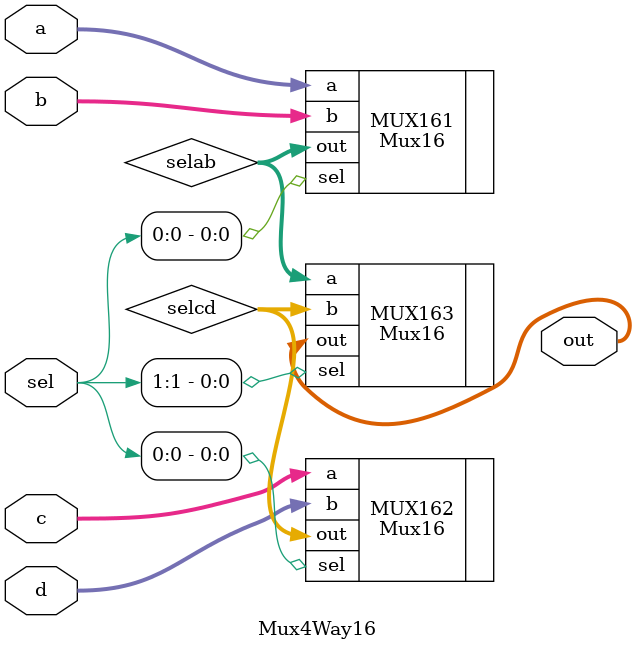
<source format=v>
/**
 * 16-bit multiplexor: 
 * for i = 0..15 out[i] = a[i] if sel == 0 
 *                        b[i] if sel == 1
 */

`default_nettype none
module Mux4Way16(
	input [15:0] a,
	input [15:0] b,
	input [15:0] c,
	input [15:0] d,
  input [1:0] sel,
	output [15:0] out
);

  wire [15:0] selab;
  Mux16 MUX161(.a(a), .b(b), .sel(sel[0]), .out(selab));

  wire [15:0] selcd;
  Mux16 MUX162(.a(c), .b(d), .sel(sel[0]), .out(selcd));

  Mux16 MUX163(.a(selab), .b(selcd), .sel(sel[1]), .out(out));

endmodule

</source>
